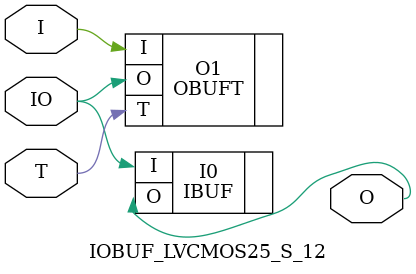
<source format=v>


`timescale  1 ps / 1 ps


module IOBUF_LVCMOS25_S_12 (O, IO, I, T);

    output O;

    inout  IO;

    input  I, T;

        OBUFT #(.IOSTANDARD("LVCMOS25"), .SLEW("SLOW"), .DRIVE(12)) O1 (.O(IO), .I(I), .T(T)); 
	IBUF #(.IOSTANDARD("LVCMOS25"))  I0 (.O(O), .I(IO));
        

endmodule



</source>
